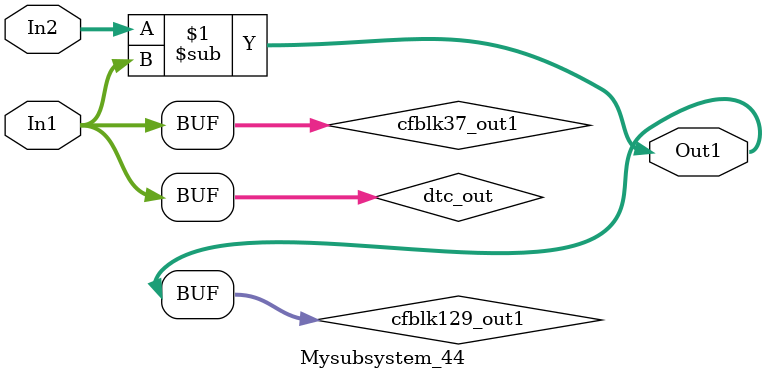
<source format=v>



`timescale 1 ns / 1 ns

module Mysubsystem_44
          (In1,
           In2,
           Out1);


  input   [7:0] In1;  // uint8
  input   [7:0] In2;  // uint8
  output  [7:0] Out1;  // uint8


  wire [7:0] dtc_out;  // ufix8
  wire [7:0] cfblk37_out1;  // uint8
  wire [7:0] cfblk129_out1;  // uint8


  assign dtc_out = In1;



  assign cfblk37_out1 = dtc_out;



  assign cfblk129_out1 = In2 - cfblk37_out1;



  assign Out1 = cfblk129_out1;

endmodule  // Mysubsystem_44


</source>
